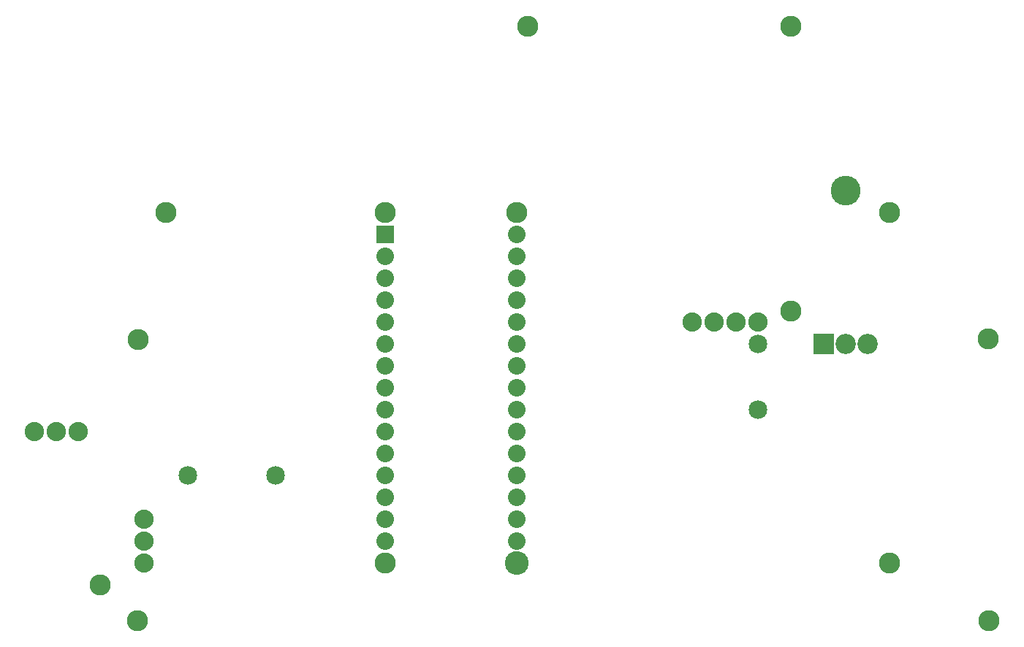
<source format=gts>
G04 MADE WITH FRITZING*
G04 WWW.FRITZING.ORG*
G04 DOUBLE SIDED*
G04 HOLES PLATED*
G04 CONTOUR ON CENTER OF CONTOUR VECTOR*
%ASAXBY*%
%FSLAX23Y23*%
%MOIN*%
%OFA0B0*%
%SFA1.0B1.0*%
%ADD10C,0.096614*%
%ADD11C,0.085000*%
%ADD12C,0.135984*%
%ADD13C,0.092000*%
%ADD14C,0.088000*%
%ADD15C,0.108425*%
%ADD16C,0.080000*%
%ADD17R,0.092000X0.092000*%
%ADD18R,0.079972X0.080000*%
%LNMASK1*%
G90*
G70*
G54D10*
X3541Y1541D03*
X3541Y2843D03*
X2341Y2841D03*
X4447Y127D03*
X4444Y1416D03*
X564Y128D03*
X567Y1411D03*
G54D11*
X3391Y1391D03*
X3391Y1091D03*
G54D12*
X3791Y2091D03*
G54D10*
X3991Y391D03*
X3991Y1991D03*
X691Y1991D03*
X391Y291D03*
G54D13*
X3691Y1391D03*
X3791Y1391D03*
X3891Y1391D03*
G54D14*
X591Y591D03*
X591Y491D03*
X591Y391D03*
X291Y991D03*
X191Y991D03*
X91Y991D03*
G54D11*
X791Y791D03*
X1191Y791D03*
G54D14*
X3391Y1491D03*
X3291Y1491D03*
X3191Y1491D03*
X3091Y1491D03*
G54D15*
X2291Y391D03*
G54D16*
X1691Y1891D03*
X1691Y1791D03*
X1691Y1691D03*
X1691Y1591D03*
X1691Y1491D03*
X1691Y1391D03*
X1691Y1291D03*
X1691Y1191D03*
X1691Y1091D03*
X1691Y991D03*
X1691Y891D03*
X1691Y791D03*
X1691Y691D03*
X1691Y591D03*
X1691Y491D03*
X2291Y1891D03*
X2291Y1791D03*
X2291Y1691D03*
X2291Y1591D03*
X2291Y1491D03*
X2291Y1391D03*
X2291Y1291D03*
X2291Y1191D03*
X2291Y1091D03*
X2291Y991D03*
X2291Y891D03*
X2291Y791D03*
X2291Y691D03*
X2291Y591D03*
X2291Y491D03*
G54D10*
X1691Y1991D03*
X2291Y1991D03*
X1691Y391D03*
G54D17*
X3691Y1391D03*
G54D18*
X1691Y1891D03*
G04 End of Mask1*
M02*
</source>
